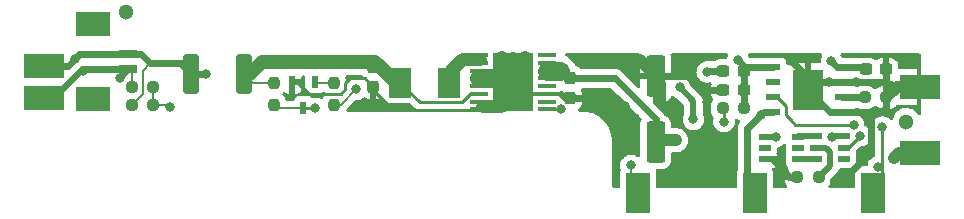
<source format=gbr>
%TF.GenerationSoftware,KiCad,Pcbnew,(6.0.6-0)*%
%TF.CreationDate,2022-09-10T01:47:49-07:00*%
%TF.ProjectId,Battery Extension PCB,42617474-6572-4792-9045-7874656e7369,rev?*%
%TF.SameCoordinates,Original*%
%TF.FileFunction,Copper,L1,Top*%
%TF.FilePolarity,Positive*%
%FSLAX46Y46*%
G04 Gerber Fmt 4.6, Leading zero omitted, Abs format (unit mm)*
G04 Created by KiCad (PCBNEW (6.0.6-0)) date 2022-09-10 01:47:49*
%MOMM*%
%LPD*%
G01*
G04 APERTURE LIST*
G04 Aperture macros list*
%AMRoundRect*
0 Rectangle with rounded corners*
0 $1 Rounding radius*
0 $2 $3 $4 $5 $6 $7 $8 $9 X,Y pos of 4 corners*
0 Add a 4 corners polygon primitive as box body*
4,1,4,$2,$3,$4,$5,$6,$7,$8,$9,$2,$3,0*
0 Add four circle primitives for the rounded corners*
1,1,$1+$1,$2,$3*
1,1,$1+$1,$4,$5*
1,1,$1+$1,$6,$7*
1,1,$1+$1,$8,$9*
0 Add four rect primitives between the rounded corners*
20,1,$1+$1,$2,$3,$4,$5,0*
20,1,$1+$1,$4,$5,$6,$7,0*
20,1,$1+$1,$6,$7,$8,$9,0*
20,1,$1+$1,$8,$9,$2,$3,0*%
G04 Aperture macros list end*
%TA.AperFunction,SMDPad,CuDef*%
%ADD10R,2.000000X3.500000*%
%TD*%
%TA.AperFunction,SMDPad,CuDef*%
%ADD11R,1.072009X0.532004*%
%TD*%
%TA.AperFunction,SMDPad,CuDef*%
%ADD12RoundRect,0.237500X-0.300000X-0.237500X0.300000X-0.237500X0.300000X0.237500X-0.300000X0.237500X0*%
%TD*%
%TA.AperFunction,SMDPad,CuDef*%
%ADD13R,3.000000X2.100000*%
%TD*%
%TA.AperFunction,SMDPad,CuDef*%
%ADD14R,1.600000X0.800000*%
%TD*%
%TA.AperFunction,SMDPad,CuDef*%
%ADD15RoundRect,0.237500X-0.250000X-0.237500X0.250000X-0.237500X0.250000X0.237500X-0.250000X0.237500X0*%
%TD*%
%TA.AperFunction,SMDPad,CuDef*%
%ADD16RoundRect,0.250000X-0.400000X-1.450000X0.400000X-1.450000X0.400000X1.450000X-0.400000X1.450000X0*%
%TD*%
%TA.AperFunction,SMDPad,CuDef*%
%ADD17R,3.500000X2.000000*%
%TD*%
%TA.AperFunction,SMDPad,CuDef*%
%ADD18R,1.000000X0.550013*%
%TD*%
%TA.AperFunction,SMDPad,CuDef*%
%ADD19RoundRect,0.237500X0.237500X-0.300000X0.237500X0.300000X-0.237500X0.300000X-0.237500X-0.300000X0*%
%TD*%
%TA.AperFunction,SMDPad,CuDef*%
%ADD20R,1.900000X2.500000*%
%TD*%
%TA.AperFunction,SMDPad,CuDef*%
%ADD21RoundRect,0.237500X-0.237500X0.300000X-0.237500X-0.300000X0.237500X-0.300000X0.237500X0.300000X0*%
%TD*%
%TA.AperFunction,SMDPad,CuDef*%
%ADD22RoundRect,0.237500X0.237500X-0.250000X0.237500X0.250000X-0.237500X0.250000X-0.237500X-0.250000X0*%
%TD*%
%TA.AperFunction,SMDPad,CuDef*%
%ADD23R,1.200000X0.600000*%
%TD*%
%TA.AperFunction,SMDPad,CuDef*%
%ADD24R,2.500000X3.499873*%
%TD*%
%TA.AperFunction,SMDPad,CuDef*%
%ADD25RoundRect,0.237500X0.300000X0.237500X-0.300000X0.237500X-0.300000X-0.237500X0.300000X-0.237500X0*%
%TD*%
%TA.AperFunction,SMDPad,CuDef*%
%ADD26RoundRect,0.250000X0.550000X-1.500000X0.550000X1.500000X-0.550000X1.500000X-0.550000X-1.500000X0*%
%TD*%
%TA.AperFunction,SMDPad,CuDef*%
%ADD27RoundRect,0.100000X-0.687500X-0.100000X0.687500X-0.100000X0.687500X0.100000X-0.687500X0.100000X0*%
%TD*%
%TA.AperFunction,SMDPad,CuDef*%
%ADD28R,3.400000X5.000000*%
%TD*%
%TA.AperFunction,SMDPad,CuDef*%
%ADD29RoundRect,0.237500X0.250000X0.237500X-0.250000X0.237500X-0.250000X-0.237500X0.250000X-0.237500X0*%
%TD*%
%TA.AperFunction,SMDPad,CuDef*%
%ADD30RoundRect,0.237500X-0.237500X0.250000X-0.237500X-0.250000X0.237500X-0.250000X0.237500X0.250000X0*%
%TD*%
%TA.AperFunction,SMDPad,CuDef*%
%ADD31R,0.532004X1.037490*%
%TD*%
%TA.AperFunction,ViaPad*%
%ADD32C,1.300000*%
%TD*%
%TA.AperFunction,ViaPad*%
%ADD33C,0.800000*%
%TD*%
%TA.AperFunction,Conductor*%
%ADD34C,0.250000*%
%TD*%
%TA.AperFunction,Conductor*%
%ADD35C,0.300000*%
%TD*%
%TA.AperFunction,Conductor*%
%ADD36C,0.600000*%
%TD*%
%TA.AperFunction,Conductor*%
%ADD37C,1.650000*%
%TD*%
%TA.AperFunction,Conductor*%
%ADD38C,1.000000*%
%TD*%
%TA.AperFunction,Conductor*%
%ADD39C,0.350000*%
%TD*%
%TA.AperFunction,Conductor*%
%ADD40C,1.100000*%
%TD*%
%TA.AperFunction,Conductor*%
%ADD41C,0.550000*%
%TD*%
%TA.AperFunction,Conductor*%
%ADD42C,0.200000*%
%TD*%
%TA.AperFunction,Conductor*%
%ADD43C,1.200000*%
%TD*%
%TA.AperFunction,Conductor*%
%ADD44C,1.600000*%
%TD*%
G04 APERTURE END LIST*
D10*
%TO.P,P3,1*%
%TO.N,IO26{slash}BATT VOLT*%
X118338600Y-80721200D03*
%TD*%
D11*
%TO.P,U6,1,OD*%
%TO.N,Net-(U3-Pad6)*%
X133451600Y-75925676D03*
%TO.P,U6,2,VM*%
%TO.N,Net-(R5-Pad2)*%
X133451600Y-76875638D03*
%TO.P,U6,3,OC*%
%TO.N,Net-(U3-Pad4)*%
X133451600Y-77825600D03*
%TO.P,U6,4,TD*%
%TO.N,unconnected-(U6-Pad4)*%
X135749796Y-77825600D03*
%TO.P,U6,5,VCC*%
%TO.N,Net-(R8-Pad1)*%
X135749796Y-76875638D03*
%TO.P,U6,6,GND*%
%TO.N,-BATT*%
X135749796Y-75925676D03*
%TD*%
D12*
%TO.P,C5,1*%
%TO.N,-BATT*%
X125578700Y-70358000D03*
%TO.P,C5,2*%
%TO.N,+BATT*%
X127303700Y-70358000D03*
%TD*%
D13*
%TO.P,U1,0,0*%
%TO.N,unconnected-(U1-Pad0)*%
X72229676Y-66420994D03*
X72229676Y-72771006D03*
D14*
%TO.P,U1,1,1*%
%TO.N,+BATT*%
X75129600Y-68970905D03*
%TO.P,U1,2,2*%
%TO.N,-BATT*%
X75129600Y-70221095D03*
%TD*%
D10*
%TO.P,P7,1*%
%TO.N,VBUS*%
X128244600Y-80721200D03*
%TD*%
D15*
%TO.P,R7,1*%
%TO.N,Net-(R7-Pad1)*%
X137532442Y-72623807D03*
%TO.P,R7,2*%
%TO.N,GND*%
X139357442Y-72623807D03*
%TD*%
D16*
%TO.P,F1,1*%
%TO.N,+BATT*%
X80528200Y-70662800D03*
%TO.P,F1,2*%
%TO.N,Net-(C2-Pad1)*%
X84978200Y-70662800D03*
%TD*%
D15*
%TO.P,R2,1*%
%TO.N,-BATT*%
X75492600Y-71729600D03*
%TO.P,R2,2*%
%TO.N,IO26{slash}BATT VOLT*%
X77317600Y-71729600D03*
%TD*%
D17*
%TO.P,P2,1*%
%TO.N,-BATT*%
X68021200Y-72694800D03*
%TD*%
D18*
%TO.P,U3,1,S1*%
%TO.N,-BATT*%
X129085847Y-75938123D03*
%TO.P,U3,2,D1/D2*%
%TO.N,unconnected-(U3-Pad2)*%
X129085847Y-76888085D03*
%TO.P,U3,3,S2*%
%TO.N,GND*%
X129085847Y-77838047D03*
%TO.P,U3,4,G2*%
%TO.N,Net-(U3-Pad4)*%
X131885949Y-77838047D03*
%TO.P,U3,5,D1/D2*%
%TO.N,unconnected-(U3-Pad5)*%
X131885949Y-76888085D03*
%TO.P,U3,6,G1*%
%TO.N,Net-(U3-Pad6)*%
X131885949Y-75938123D03*
%TD*%
D17*
%TO.P,P13,1*%
%TO.N,GND*%
X142240000Y-71729600D03*
%TD*%
D19*
%TO.P,C3,1*%
%TO.N,GND*%
X112623600Y-72693700D03*
%TO.P,C3,2*%
%TO.N,+5V*%
X112623600Y-70968700D03*
%TD*%
D15*
%TO.P,R5,1*%
%TO.N,GND*%
X131812706Y-79391539D03*
%TO.P,R5,2*%
%TO.N,Net-(R5-Pad2)*%
X133637706Y-79391539D03*
%TD*%
D20*
%TO.P,U7,1,1*%
%TO.N,Net-(C2-Pad1)*%
X98229162Y-71374000D03*
%TO.P,U7,2,2*%
%TO.N,Net-(U4-Pad1)*%
X102329238Y-71374000D03*
%TD*%
D17*
%TO.P,P1,1*%
%TO.N,+BATT*%
X68021200Y-69926200D03*
%TD*%
D21*
%TO.P,C2,1*%
%TO.N,Net-(C2-Pad1)*%
X95910400Y-70003500D03*
%TO.P,C2,2*%
%TO.N,GND*%
X95910400Y-71728500D03*
%TD*%
D22*
%TO.P,R3,1*%
%TO.N,VBUS*%
X92608400Y-73251700D03*
%TO.P,R3,2*%
%TO.N,Net-(R3-Pad2)*%
X92608400Y-71426700D03*
%TD*%
D23*
%TO.P,U5,1,TEMP*%
%TO.N,GND*%
X135612848Y-73868411D03*
%TO.P,U5,2,PROG*%
%TO.N,Net-(R7-Pad1)*%
X135612848Y-72598408D03*
%TO.P,U5,3,GND*%
%TO.N,GND*%
X135612848Y-71328406D03*
%TO.P,U5,4,VCC*%
%TO.N,VBUS*%
X135612848Y-70058403D03*
%TO.P,U5,5,BAT*%
%TO.N,+BATT*%
X129796236Y-70058403D03*
%TO.P,U5,6,STDBY#*%
%TO.N,unconnected-(U5-Pad6)*%
X129796236Y-71328406D03*
%TO.P,U5,7,CHRG#*%
%TO.N,IO27{slash}BATT CHARGING*%
X129796236Y-72598408D03*
%TO.P,U5,8,CE*%
%TO.N,VBUS*%
X129796236Y-73868411D03*
D24*
%TO.P,U5,9,EP*%
%TO.N,GND*%
X132704542Y-71963407D03*
%TD*%
D25*
%TO.P,C1,1*%
%TO.N,GND*%
X139343300Y-70256400D03*
%TO.P,C1,2*%
%TO.N,VBUS*%
X137618300Y-70256400D03*
%TD*%
D26*
%TO.P,C6,1*%
%TO.N,+5V*%
X119837200Y-76415200D03*
%TO.P,C6,2*%
%TO.N,GND*%
X119837200Y-70815200D03*
%TD*%
D25*
%TO.P,C4,1*%
%TO.N,+BATT*%
X127303700Y-71983600D03*
%TO.P,C4,2*%
%TO.N,GND*%
X125578700Y-71983600D03*
%TD*%
D27*
%TO.P,U4,1,SW*%
%TO.N,Net-(U4-Pad1)*%
X104910279Y-69067512D03*
%TO.P,U4,2,SW*%
X104910279Y-69717512D03*
%TO.P,U4,3,PGND*%
%TO.N,GND*%
X104910279Y-70367512D03*
%TO.P,U4,4,PGND*%
X104910279Y-71017512D03*
%TO.P,U4,5,PGND*%
X104910279Y-71667512D03*
%TO.P,U4,6,VBAT*%
%TO.N,Net-(C2-Pad1)*%
X104910279Y-72317512D03*
%TO.P,U4,7,LBI*%
%TO.N,GND*%
X104910279Y-72967512D03*
%TO.P,U4,8,SYNC*%
X104910279Y-73617512D03*
%TO.P,U4,9,EN*%
%TO.N,Net-(R4-Pad2)*%
X110635279Y-73617512D03*
%TO.P,U4,10,LBO*%
%TO.N,unconnected-(U4-Pad10)*%
X110635279Y-72967512D03*
%TO.P,U4,11,GND*%
%TO.N,GND*%
X110635279Y-72317512D03*
%TO.P,U4,12,FB*%
%TO.N,unconnected-(U4-Pad12)*%
X110635279Y-71667512D03*
%TO.P,U4,13,VOUT*%
%TO.N,+5V*%
X110635279Y-71017512D03*
%TO.P,U4,14,VOUT*%
X110635279Y-70367512D03*
%TO.P,U4,15,VOUT*%
X110635279Y-69717512D03*
%TO.P,U4,16,NC*%
%TO.N,unconnected-(U4-Pad16)*%
X110635279Y-69067512D03*
D28*
%TO.P,U4,17,EP*%
%TO.N,GND*%
X107772779Y-71342512D03*
%TD*%
D17*
%TO.P,P12,1*%
%TO.N,+5V*%
X142240000Y-77343000D03*
%TD*%
D29*
%TO.P,R1,1*%
%TO.N,IO26{slash}BATT VOLT*%
X77317600Y-73304400D03*
%TO.P,R1,2*%
%TO.N,+BATT*%
X75492600Y-73304400D03*
%TD*%
D30*
%TO.P,R4,1*%
%TO.N,Net-(C2-Pad1)*%
X87528400Y-71426700D03*
%TO.P,R4,2*%
%TO.N,Net-(R4-Pad2)*%
X87528400Y-73251700D03*
%TD*%
D10*
%TO.P,P11,1*%
%TO.N,IO27{slash}BATT CHARGING*%
X138252200Y-80721200D03*
%TD*%
D15*
%TO.P,R8,1*%
%TO.N,Net-(R8-Pad1)*%
X125528700Y-73558400D03*
%TO.P,R8,2*%
%TO.N,+BATT*%
X127353700Y-73558400D03*
%TD*%
D31*
%TO.P,U2,1,B*%
%TO.N,Net-(R3-Pad2)*%
X90967562Y-71288654D03*
%TO.P,U2,2,E*%
%TO.N,GND*%
X89067638Y-71288654D03*
%TO.P,U2,3,C*%
%TO.N,Net-(R4-Pad2)*%
X90017600Y-73491346D03*
%TD*%
D32*
%TO.N,*%
X141071600Y-74676000D03*
X75031600Y-65430400D03*
D33*
%TO.N,GND*%
X118110000Y-74371200D03*
X130810000Y-79044800D03*
X136799194Y-71328406D03*
X117246400Y-73355200D03*
X114503200Y-69443600D03*
X121818400Y-69443600D03*
X121513600Y-74066400D03*
X108813600Y-69189600D03*
X106832400Y-69189600D03*
X134513194Y-71328406D03*
X135940800Y-79146400D03*
X131318000Y-69545200D03*
X120396000Y-73050400D03*
X117906800Y-69494400D03*
X116484400Y-69443600D03*
X124155200Y-73050400D03*
X138627989Y-73868411D03*
X107696000Y-69189600D03*
%TO.N,VBUS*%
X128727200Y-74117200D03*
X134721600Y-69545200D03*
X94488000Y-71932800D03*
%TO.N,+BATT*%
X81788000Y-70662800D03*
X70662800Y-69342000D03*
X126796800Y-69443600D03*
%TO.N,-BATT*%
X74523600Y-71018400D03*
X123037600Y-74472800D03*
X124206000Y-70459600D03*
X129997200Y-75946000D03*
X71374000Y-70358000D03*
X134772400Y-75946000D03*
X121869200Y-71780400D03*
%TO.N,+5V*%
X140004800Y-77774800D03*
X121564400Y-76250800D03*
%TO.N,IO26{slash}BATT VOLT*%
X78689200Y-73406000D03*
X117754400Y-78384400D03*
%TO.N,Net-(R8-Pad1)*%
X137174900Y-75857700D03*
X125628400Y-74676000D03*
%TO.N,IO27{slash}BATT CHARGING*%
X138684000Y-78486000D03*
X139039600Y-75133200D03*
X136601200Y-74930000D03*
%TO.N,Net-(R4-Pad2)*%
X91033600Y-73546700D03*
X111793279Y-73585132D03*
%TD*%
D34*
%TO.N,GND*%
X93573600Y-71932800D02*
X93573600Y-71374000D01*
D35*
X104644770Y-71272400D02*
X104899525Y-71017645D01*
D36*
X112165300Y-72693700D02*
X111810800Y-72339200D01*
X138074400Y-74076822D02*
X137865989Y-73868411D01*
D37*
X104899525Y-71017645D02*
X107447912Y-71017645D01*
D36*
X135612848Y-73868411D02*
X137865989Y-73868411D01*
X135612848Y-71328406D02*
X136799194Y-71328406D01*
D35*
X107772779Y-70230421D02*
X107772779Y-71342512D01*
D34*
X89067638Y-71288654D02*
X89475054Y-71288654D01*
D38*
X140251649Y-71729600D02*
X142499615Y-71729600D01*
D36*
X138881989Y-73868411D02*
X139357442Y-73392958D01*
D38*
X140251649Y-71729600D02*
X142240000Y-71729600D01*
X139357442Y-72623807D02*
X140251649Y-71729600D01*
D36*
X136144000Y-79146400D02*
X138074400Y-77216000D01*
D38*
X107772779Y-69266379D02*
X107772779Y-71342512D01*
D39*
X108747887Y-72317620D02*
X107772779Y-71342512D01*
D36*
X135940800Y-79146400D02*
X136144000Y-79146400D01*
X135612848Y-71328406D02*
X134513194Y-71328406D01*
D40*
X105161920Y-73355200D02*
X106781600Y-73355200D01*
D36*
X138074400Y-77216000D02*
X138074400Y-74076822D01*
X131156739Y-79391539D02*
X131812706Y-79391539D01*
X136799194Y-71328406D02*
X139339194Y-71328406D01*
D34*
X89475054Y-71288654D02*
X90525600Y-72339200D01*
X90525600Y-72339200D02*
X93167200Y-72339200D01*
D41*
X131207539Y-79391539D02*
X129654047Y-77838047D01*
D36*
X116584900Y-72693700D02*
X117246400Y-73355200D01*
D35*
X107696000Y-69189600D02*
X107772779Y-69266379D01*
D36*
X112623600Y-72693700D02*
X116584900Y-72693700D01*
X139343300Y-72609665D02*
X139357442Y-72623807D01*
D34*
X95910400Y-71983600D02*
X97637600Y-73710800D01*
D36*
X123850400Y-71983600D02*
X125578700Y-71983600D01*
D39*
X110646033Y-72317620D02*
X111789220Y-72317620D01*
D36*
X139343300Y-70256400D02*
X139343300Y-71324300D01*
D34*
X93573600Y-71374000D02*
X93929200Y-71018400D01*
D39*
X110646033Y-72317620D02*
X108747887Y-72317620D01*
D36*
X120396000Y-73050400D02*
X120396000Y-71374000D01*
D38*
X108813600Y-69189600D02*
X107772779Y-70230421D01*
D36*
X132704542Y-70931742D02*
X131318000Y-69545200D01*
X138627989Y-73868411D02*
X138881989Y-73868411D01*
X135612848Y-73868411D02*
X134609546Y-73868411D01*
D35*
X104597200Y-71272400D02*
X104644770Y-71272400D01*
D34*
X97637600Y-73710800D02*
X104806320Y-73710800D01*
D38*
X107447912Y-69805112D02*
X106832400Y-69189600D01*
D35*
X104899525Y-73617595D02*
X105161920Y-73355200D01*
D36*
X112623600Y-72693700D02*
X112165300Y-72693700D01*
D41*
X129654047Y-77838047D02*
X129085847Y-77838047D01*
D34*
X95910400Y-71728500D02*
X95910400Y-71983600D01*
X104806320Y-73710800D02*
X105161920Y-73355200D01*
D36*
X122682000Y-70815200D02*
X123850400Y-71983600D01*
X134513194Y-71328406D02*
X133339543Y-71328406D01*
X137865989Y-73868411D02*
X138627989Y-73868411D01*
X132704542Y-71963407D02*
X132704542Y-70931742D01*
X139343300Y-71324300D02*
X139343300Y-72609665D01*
X134609546Y-73868411D02*
X132704542Y-71963407D01*
D35*
X107772779Y-72364021D02*
X107772779Y-71342512D01*
X111789220Y-72317620D02*
X111810800Y-72339200D01*
X107447912Y-71017645D02*
X107447912Y-69805112D01*
D38*
X117906800Y-69494400D02*
X118516400Y-69494400D01*
D35*
X107447912Y-71017645D02*
X107772779Y-71342512D01*
D36*
X133339543Y-71328406D02*
X132704542Y-71963407D01*
D34*
X95200300Y-71018400D02*
X95910400Y-71728500D01*
D38*
X118516400Y-69494400D02*
X119837200Y-70815200D01*
D40*
X106781600Y-73355200D02*
X107772779Y-72364021D01*
D36*
X120396000Y-71374000D02*
X119837200Y-70815200D01*
D34*
X93167200Y-72339200D02*
X93573600Y-71932800D01*
X93929200Y-71018400D02*
X95200300Y-71018400D01*
D36*
X139357442Y-73392958D02*
X139357442Y-72623807D01*
X131812706Y-79391539D02*
X131207539Y-79391539D01*
X139339194Y-71328406D02*
X139343300Y-71324300D01*
X130810000Y-79044800D02*
X131156739Y-79391539D01*
X119837200Y-70815200D02*
X122682000Y-70815200D01*
%TO.N,VBUS*%
X135612848Y-70058403D02*
X137420303Y-70058403D01*
D42*
X94488000Y-71932800D02*
X93169100Y-73251700D01*
D36*
X135234803Y-70058403D02*
X134721600Y-69545200D01*
X137420303Y-70058403D02*
X137618300Y-70256400D01*
D42*
X93169100Y-73251700D02*
X92608400Y-73251700D01*
D36*
X135612848Y-70058403D02*
X135234803Y-70058403D01*
X127609600Y-79813567D02*
X128270000Y-80473967D01*
X127609600Y-75234800D02*
X127609600Y-79813567D01*
X128727200Y-74117200D02*
X127609600Y-75234800D01*
X128975989Y-73868411D02*
X128727200Y-74117200D01*
X129796236Y-73868411D02*
X128975989Y-73868411D01*
D43*
%TO.N,Net-(C2-Pad1)*%
X96113600Y-69646800D02*
X86512400Y-69646800D01*
D34*
X104119274Y-72317620D02*
X103437294Y-72999600D01*
D42*
X85742100Y-71426700D02*
X84978200Y-70662800D01*
D43*
X86512400Y-69646800D02*
X85496400Y-70662800D01*
D36*
X98432362Y-71374000D02*
X98247200Y-71374000D01*
X98247200Y-71374000D02*
X98094800Y-71526400D01*
D34*
X104899525Y-72317620D02*
X104119274Y-72317620D01*
X99854762Y-72999600D02*
X98229162Y-71374000D01*
D43*
X98094800Y-71526400D02*
X97993200Y-71526400D01*
X97993200Y-71526400D02*
X96113600Y-69646800D01*
D34*
X103437294Y-72999600D02*
X99854762Y-72999600D01*
D42*
X87528400Y-71426700D02*
X85742100Y-71426700D01*
D36*
X85496400Y-70662800D02*
X84978200Y-70662800D01*
%TO.N,+BATT*%
X75129600Y-68970905D02*
X71033895Y-68970905D01*
X79613800Y-69748400D02*
X80528200Y-70662800D01*
X81788000Y-70662800D02*
X80528200Y-70662800D01*
X68021200Y-69926200D02*
X66594540Y-69926200D01*
X71033895Y-68970905D02*
X70662800Y-69342000D01*
D42*
X76403200Y-70358000D02*
X77012800Y-69748400D01*
D36*
X127303700Y-70358000D02*
X127303700Y-69950500D01*
X127303700Y-70358000D02*
X127303700Y-71983600D01*
X129796236Y-70058403D02*
X127603297Y-70058403D01*
D42*
X75492600Y-73249800D02*
X76403200Y-72339200D01*
D36*
X127303700Y-71983600D02*
X127303700Y-73508400D01*
X127603297Y-70058403D02*
X127303700Y-70358000D01*
D42*
X75492600Y-73304400D02*
X75492600Y-73249800D01*
D36*
X77012800Y-69748400D02*
X79613800Y-69748400D01*
X76235305Y-68970905D02*
X77012800Y-69748400D01*
D42*
X76403200Y-72339200D02*
X76403200Y-70358000D01*
D36*
X75129600Y-68970905D02*
X76235305Y-68970905D01*
X127303700Y-69950500D02*
X126796800Y-69443600D01*
X66594540Y-69926200D02*
X66594540Y-69951600D01*
X70078600Y-69926200D02*
X68021200Y-69926200D01*
X127303700Y-73508400D02*
X127353700Y-73558400D01*
X70662800Y-69342000D02*
X70078600Y-69926200D01*
%TO.N,-BATT*%
X125578700Y-70358000D02*
X124307600Y-70358000D01*
D41*
X129997200Y-75946000D02*
X129093724Y-75946000D01*
D36*
X71307705Y-70291705D02*
X71307705Y-70221095D01*
X124307600Y-70358000D02*
X124206000Y-70459600D01*
X74523600Y-71018400D02*
X74523600Y-70827095D01*
D42*
X75492600Y-70584095D02*
X75129600Y-70221095D01*
D34*
X129093724Y-75946000D02*
X129085847Y-75938123D01*
D41*
X135749796Y-75925676D02*
X134792724Y-75925676D01*
D34*
X134792724Y-75925676D02*
X134772400Y-75946000D01*
D41*
X123037600Y-74472800D02*
X123037600Y-72948800D01*
D36*
X68021200Y-72694800D02*
X66594540Y-72694800D01*
X74523600Y-70827095D02*
X75129600Y-70221095D01*
X71374000Y-70358000D02*
X71307705Y-70291705D01*
D42*
X75492600Y-71729600D02*
X75492600Y-70584095D01*
D41*
X123037600Y-72948800D02*
X121869200Y-71780400D01*
D36*
X75129600Y-70221095D02*
X71307705Y-70221095D01*
X68834000Y-72694800D02*
X68021200Y-72694800D01*
X71307705Y-70221095D02*
X68834000Y-72694800D01*
%TO.N,+5V*%
X112623600Y-70968700D02*
X112673300Y-71018400D01*
X112777100Y-70815200D02*
X112623600Y-70968700D01*
D38*
X120001600Y-76250800D02*
X119837200Y-76415200D01*
D36*
X112370700Y-70968700D02*
X111760000Y-70358000D01*
D38*
X142341600Y-77343000D02*
X140436600Y-77343000D01*
D36*
X112623600Y-70968700D02*
X112370700Y-70968700D01*
X116382800Y-71018400D02*
X119837200Y-74472800D01*
X112673300Y-71018400D02*
X116382800Y-71018400D01*
D38*
X140436600Y-77343000D02*
X140004800Y-77774800D01*
D36*
X110655437Y-70358000D02*
X110646033Y-70367404D01*
D38*
X121564400Y-76250800D02*
X120001600Y-76250800D01*
D44*
X111760000Y-70358000D02*
X110655437Y-70358000D01*
D36*
X119837200Y-74472800D02*
X119837200Y-76415200D01*
D42*
%TO.N,IO26{slash}BATT VOLT*%
X117754400Y-80137000D02*
X118291367Y-80673967D01*
X78587600Y-73304400D02*
X78689200Y-73406000D01*
X77317600Y-73304400D02*
X78587600Y-73304400D01*
X118291367Y-80673967D02*
X118338600Y-80673967D01*
X117754400Y-78384400D02*
X117754400Y-80137000D01*
X77317600Y-71729600D02*
X77317600Y-73304400D01*
%TO.N,Net-(R3-Pad2)*%
X91105608Y-71426700D02*
X90967562Y-71288654D01*
X92608400Y-71426700D02*
X91105608Y-71426700D01*
D41*
%TO.N,Net-(R5-Pad2)*%
X133451600Y-76875638D02*
X134253644Y-76875638D01*
X134620000Y-77241994D02*
X134620000Y-78409245D01*
X134253644Y-76875638D02*
X134620000Y-77241994D01*
X134620000Y-78409245D02*
X133637706Y-79391539D01*
D36*
%TO.N,Net-(R7-Pad1)*%
X137532442Y-72623807D02*
X135638247Y-72623807D01*
D34*
X135638247Y-72623807D02*
X135612848Y-72598408D01*
%TO.N,Net-(R8-Pad1)*%
X125628400Y-74676000D02*
X125628400Y-73658100D01*
X136156962Y-76875638D02*
X135749796Y-76875638D01*
X125628400Y-73658100D02*
X125528700Y-73558400D01*
X137174900Y-75857700D02*
X136156962Y-76875638D01*
D41*
%TO.N,Net-(U3-Pad4)*%
X131885949Y-77838047D02*
X133439153Y-77838047D01*
D42*
X133439153Y-77838047D02*
X133451600Y-77825600D01*
D41*
%TO.N,Net-(U3-Pad6)*%
X133451600Y-75925676D02*
X131898396Y-75925676D01*
D34*
X131898396Y-75925676D02*
X131885949Y-75938123D01*
%TO.N,IO27{slash}BATT CHARGING*%
X139039600Y-78130400D02*
X138684000Y-78486000D01*
X130860800Y-74117200D02*
X131318000Y-74574400D01*
X130096236Y-72598408D02*
X130860800Y-73362972D01*
X131673600Y-74930000D02*
X136601200Y-74930000D01*
X129796236Y-72598408D02*
X130096236Y-72598408D01*
X139039600Y-75133200D02*
X139039600Y-75946000D01*
X138400633Y-80648967D02*
X138201400Y-80648967D01*
X139039600Y-75946000D02*
X139039600Y-78130400D01*
X130860800Y-73660000D02*
X130860800Y-74117200D01*
X139039600Y-80010000D02*
X138400633Y-80648967D01*
X131318000Y-74574400D02*
X131673600Y-74930000D01*
X139039600Y-75946000D02*
X139039600Y-80010000D01*
X130860800Y-73362972D02*
X130860800Y-73660000D01*
%TO.N,Net-(R4-Pad2)*%
X111793279Y-73585132D02*
X110678496Y-73585132D01*
X91033600Y-73546700D02*
X90072954Y-73546700D01*
D42*
X90017600Y-73491346D02*
X87768046Y-73491346D01*
D34*
X90072954Y-73546700D02*
X90017600Y-73491346D01*
D42*
X87768046Y-73491346D02*
X87528400Y-73251700D01*
D34*
X110678496Y-73585132D02*
X110646033Y-73617595D01*
D40*
%TO.N,Net-(U4-Pad1)*%
X102532438Y-70289162D02*
X103479600Y-69342000D01*
X103479600Y-69342000D02*
X105003600Y-69342000D01*
D34*
X102532438Y-71374000D02*
X102532438Y-70289162D01*
%TD*%
%TA.AperFunction,Conductor*%
%TO.N,GND*%
G36*
X138275901Y-75646818D02*
G01*
X138300098Y-75670559D01*
X138300560Y-75670143D01*
X138300560Y-75670144D01*
X138373737Y-75751415D01*
X138404453Y-75815421D01*
X138406100Y-75835724D01*
X138406100Y-77533426D01*
X138386098Y-77601547D01*
X138331349Y-77648533D01*
X138233278Y-77692197D01*
X138233276Y-77692198D01*
X138227248Y-77694882D01*
X138221907Y-77698762D01*
X138221906Y-77698763D01*
X138217931Y-77701651D01*
X138072747Y-77807134D01*
X138068326Y-77812044D01*
X138068325Y-77812045D01*
X137981452Y-77908528D01*
X137944960Y-77949056D01*
X137849473Y-78114444D01*
X137790458Y-78296072D01*
X137789768Y-78302633D01*
X137789768Y-78302635D01*
X137784804Y-78349870D01*
X137757791Y-78415527D01*
X137699570Y-78456157D01*
X137659494Y-78462700D01*
X137204066Y-78462700D01*
X137141884Y-78469455D01*
X137005495Y-78520585D01*
X136888939Y-78607939D01*
X136801585Y-78724495D01*
X136750455Y-78860884D01*
X136743700Y-78923066D01*
X136743700Y-80139467D01*
X136723698Y-80207588D01*
X136670042Y-80254081D01*
X136617700Y-80265467D01*
X134597457Y-80265467D01*
X134529336Y-80245465D01*
X134482843Y-80191809D01*
X134472739Y-80121535D01*
X134490197Y-80073351D01*
X134564575Y-79952689D01*
X134564576Y-79952687D01*
X134568415Y-79946459D01*
X134623180Y-79781348D01*
X134633706Y-79678611D01*
X134633706Y-79555766D01*
X134653708Y-79487645D01*
X134670611Y-79466670D01*
X135167711Y-78969571D01*
X135168649Y-78968643D01*
X135169218Y-78968086D01*
X135231011Y-78907574D01*
X135253666Y-78872421D01*
X135261104Y-78862070D01*
X135282793Y-78834900D01*
X135282795Y-78834897D01*
X135287187Y-78829395D01*
X135290253Y-78823053D01*
X135301228Y-78800352D01*
X135308754Y-78786942D01*
X135322411Y-78765749D01*
X135322412Y-78765747D01*
X135326231Y-78759821D01*
X135340535Y-78720520D01*
X135345491Y-78708788D01*
X135363634Y-78671260D01*
X135411292Y-78618636D01*
X135477073Y-78600102D01*
X136333934Y-78600102D01*
X136396116Y-78593347D01*
X136532505Y-78542217D01*
X136649061Y-78454863D01*
X136736415Y-78338307D01*
X136787545Y-78201918D01*
X136794300Y-78139736D01*
X136794300Y-77511464D01*
X136788784Y-77460689D01*
X136788398Y-77457132D01*
X136788398Y-77457130D01*
X136787545Y-77449282D01*
X136784773Y-77441887D01*
X136767139Y-77394848D01*
X136761956Y-77324041D01*
X136767139Y-77306390D01*
X136784773Y-77259351D01*
X136784773Y-77259349D01*
X136787545Y-77251956D01*
X136794300Y-77189774D01*
X136794300Y-77186358D01*
X136794484Y-77182960D01*
X136795296Y-77183004D01*
X136814302Y-77118274D01*
X136831205Y-77097299D01*
X137125401Y-76803104D01*
X137187713Y-76769079D01*
X137214496Y-76766200D01*
X137270387Y-76766200D01*
X137276839Y-76764828D01*
X137276844Y-76764828D01*
X137394574Y-76739803D01*
X137457188Y-76726494D01*
X137463219Y-76723809D01*
X137625622Y-76651503D01*
X137625624Y-76651502D01*
X137631652Y-76648818D01*
X137659275Y-76628749D01*
X137712967Y-76589739D01*
X137786153Y-76536566D01*
X137813344Y-76506367D01*
X137909521Y-76399552D01*
X137909522Y-76399551D01*
X137913940Y-76394644D01*
X138009427Y-76229256D01*
X138068442Y-76047628D01*
X138088404Y-75857700D01*
X138083344Y-75809557D01*
X138078484Y-75763316D01*
X138091256Y-75693478D01*
X138139758Y-75641631D01*
X138208591Y-75624237D01*
X138275901Y-75646818D01*
G37*
%TD.AperFunction*%
%TA.AperFunction,Conductor*%
G36*
X130789242Y-76534158D02*
G01*
X130848227Y-76573671D01*
X130876485Y-76638802D01*
X130877449Y-76654356D01*
X130877449Y-77211225D01*
X130884204Y-77273407D01*
X130896569Y-77306390D01*
X130901235Y-77318836D01*
X130906418Y-77389643D01*
X130901236Y-77407293D01*
X130884204Y-77452725D01*
X130877449Y-77514907D01*
X130877449Y-78161187D01*
X130884204Y-78223369D01*
X130935334Y-78359758D01*
X130977131Y-78415527D01*
X131022688Y-78476314D01*
X131021300Y-78477354D01*
X131050240Y-78530353D01*
X131045175Y-78601168D01*
X131016292Y-78646154D01*
X130978843Y-78683668D01*
X130969831Y-78695079D01*
X130886294Y-78830602D01*
X130880150Y-78843780D01*
X130829891Y-78995305D01*
X130827025Y-79008671D01*
X130817534Y-79101309D01*
X130817206Y-79107724D01*
X130817206Y-79119424D01*
X130821681Y-79134663D01*
X130823071Y-79135868D01*
X130830754Y-79137539D01*
X131940706Y-79137539D01*
X132008827Y-79157541D01*
X132055320Y-79211197D01*
X132066706Y-79263539D01*
X132066706Y-79519539D01*
X132046704Y-79587660D01*
X131993048Y-79634153D01*
X131940706Y-79645539D01*
X130835321Y-79645539D01*
X130820082Y-79650014D01*
X130818877Y-79651404D01*
X130817206Y-79659087D01*
X130817206Y-79675305D01*
X130817543Y-79681821D01*
X130827281Y-79775671D01*
X130830174Y-79789067D01*
X130880694Y-79940492D01*
X130886859Y-79953654D01*
X130960814Y-80073165D01*
X130979651Y-80141617D01*
X130958489Y-80209386D01*
X130904048Y-80254957D01*
X130853669Y-80265467D01*
X129879100Y-80265467D01*
X129810979Y-80245465D01*
X129764486Y-80191809D01*
X129753100Y-80139467D01*
X129753100Y-78923066D01*
X129746345Y-78860884D01*
X129743573Y-78853488D01*
X129743571Y-78853482D01*
X129703330Y-78746140D01*
X129698147Y-78675333D01*
X129732068Y-78612964D01*
X129777082Y-78583929D01*
X129823901Y-78566377D01*
X129839496Y-78557839D01*
X129941571Y-78481338D01*
X129954132Y-78468777D01*
X130030633Y-78366702D01*
X130039171Y-78351107D01*
X130084325Y-78230659D01*
X130087952Y-78215404D01*
X130093478Y-78164539D01*
X130093847Y-78157725D01*
X130093847Y-78110162D01*
X130089372Y-78094923D01*
X130087982Y-78093718D01*
X130080299Y-78092047D01*
X128957847Y-78092047D01*
X128889726Y-78072045D01*
X128843233Y-78018389D01*
X128831847Y-77966047D01*
X128831847Y-77797591D01*
X128851849Y-77729470D01*
X128905505Y-77682977D01*
X128957847Y-77671591D01*
X129633981Y-77671591D01*
X129696163Y-77664836D01*
X129832552Y-77613706D01*
X129839739Y-77608320D01*
X129847607Y-77604012D01*
X129848434Y-77605523D01*
X129905039Y-77584373D01*
X129914101Y-77584047D01*
X130075731Y-77584047D01*
X130090970Y-77579572D01*
X130092175Y-77578182D01*
X130093846Y-77570499D01*
X130093846Y-77518372D01*
X130093476Y-77511551D01*
X130087952Y-77460689D01*
X130084327Y-77445441D01*
X130070294Y-77408009D01*
X130065111Y-77337201D01*
X130070291Y-77319558D01*
X130087592Y-77273407D01*
X130094347Y-77211225D01*
X130094347Y-76956180D01*
X130114349Y-76888059D01*
X130168005Y-76841566D01*
X130194148Y-76832934D01*
X130279488Y-76814794D01*
X130285519Y-76812109D01*
X130447922Y-76739803D01*
X130447924Y-76739802D01*
X130453952Y-76737118D01*
X130608453Y-76624866D01*
X130657813Y-76570046D01*
X130718259Y-76532806D01*
X130789242Y-76534158D01*
G37*
%TD.AperFunction*%
%TA.AperFunction,Conductor*%
G36*
X116063839Y-71846902D02*
G01*
X116084813Y-71863805D01*
X118607938Y-74386930D01*
X118641964Y-74449242D01*
X118636899Y-74520057D01*
X118626103Y-74542140D01*
X118598927Y-74586228D01*
X118598925Y-74586233D01*
X118595085Y-74592462D01*
X118592781Y-74599409D01*
X118548208Y-74733794D01*
X118539403Y-74760339D01*
X118538703Y-74767175D01*
X118538702Y-74767178D01*
X118538625Y-74767929D01*
X118528700Y-74864800D01*
X118528700Y-77576706D01*
X118508698Y-77644827D01*
X118455042Y-77691320D01*
X118384768Y-77701424D01*
X118328639Y-77678642D01*
X118318935Y-77671591D01*
X118257755Y-77627141D01*
X118216494Y-77597163D01*
X118216493Y-77597162D01*
X118211152Y-77593282D01*
X118205124Y-77590598D01*
X118205122Y-77590597D01*
X118042719Y-77518291D01*
X118042718Y-77518291D01*
X118036688Y-77515606D01*
X117943287Y-77495753D01*
X117856344Y-77477272D01*
X117856339Y-77477272D01*
X117849887Y-77475900D01*
X117658913Y-77475900D01*
X117652461Y-77477272D01*
X117652456Y-77477272D01*
X117565513Y-77495753D01*
X117472112Y-77515606D01*
X117466082Y-77518291D01*
X117466081Y-77518291D01*
X117303678Y-77590597D01*
X117303676Y-77590598D01*
X117297648Y-77593282D01*
X117292307Y-77597162D01*
X117292306Y-77597163D01*
X117242243Y-77633536D01*
X117143147Y-77705534D01*
X117138726Y-77710444D01*
X117138725Y-77710445D01*
X117060259Y-77797591D01*
X117015360Y-77847456D01*
X116919873Y-78012844D01*
X116860858Y-78194472D01*
X116860168Y-78201033D01*
X116860168Y-78201035D01*
X116844985Y-78345493D01*
X116840896Y-78384400D01*
X116841586Y-78390965D01*
X116859738Y-78563668D01*
X116860858Y-78574328D01*
X116885975Y-78651630D01*
X116888003Y-78722596D01*
X116884126Y-78734790D01*
X116836855Y-78860884D01*
X116830100Y-78923066D01*
X116830100Y-80139467D01*
X116810098Y-80207588D01*
X116756442Y-80254081D01*
X116704100Y-80265467D01*
X116259945Y-80265467D01*
X116191824Y-80245465D01*
X116145331Y-80191809D01*
X116133945Y-80139467D01*
X116133945Y-76375479D01*
X116135692Y-76354572D01*
X116138212Y-76339593D01*
X116139021Y-76334787D01*
X116139174Y-76322235D01*
X116138484Y-76317412D01*
X116138390Y-76315977D01*
X116137622Y-76308420D01*
X116120368Y-76023122D01*
X116120368Y-76023120D01*
X116120138Y-76019321D01*
X116076746Y-75782519D01*
X116066130Y-75724582D01*
X116066129Y-75724579D01*
X116065441Y-75720823D01*
X115975163Y-75431095D01*
X115973273Y-75426894D01*
X115897967Y-75259565D01*
X115850621Y-75154361D01*
X115711026Y-74923435D01*
X115695599Y-74897914D01*
X115695598Y-74897912D01*
X115693630Y-74894657D01*
X115676042Y-74872206D01*
X115531804Y-74688094D01*
X115506480Y-74655769D01*
X115291900Y-74441181D01*
X115053019Y-74254022D01*
X115004517Y-74224700D01*
X114796572Y-74098988D01*
X114793320Y-74097022D01*
X114789861Y-74095465D01*
X114789855Y-74095462D01*
X114520064Y-73974032D01*
X114520062Y-73974031D01*
X114516591Y-73972469D01*
X114512959Y-73971337D01*
X114512956Y-73971336D01*
X114275994Y-73897491D01*
X114226866Y-73882181D01*
X113928370Y-73827473D01*
X113924583Y-73827244D01*
X113924576Y-73827243D01*
X113714595Y-73814537D01*
X113656303Y-73811010D01*
X113643003Y-73809492D01*
X113642869Y-73809470D01*
X113642805Y-73809459D01*
X113642804Y-73809459D01*
X113638009Y-73808652D01*
X113631733Y-73808575D01*
X113630322Y-73808558D01*
X113630318Y-73808558D01*
X113625457Y-73808499D01*
X113607921Y-73811010D01*
X113597822Y-73812456D01*
X113579962Y-73813728D01*
X113395308Y-73813728D01*
X113327187Y-73793726D01*
X113280694Y-73740070D01*
X113270590Y-73669796D01*
X113300084Y-73605216D01*
X113317045Y-73588982D01*
X113332486Y-73576744D01*
X113444963Y-73464071D01*
X113453975Y-73452660D01*
X113537512Y-73317137D01*
X113543656Y-73303959D01*
X113593915Y-73152434D01*
X113596781Y-73139068D01*
X113606272Y-73046430D01*
X113606600Y-73040015D01*
X113606600Y-72965815D01*
X113602125Y-72950576D01*
X113600735Y-72949371D01*
X113593052Y-72947700D01*
X112497885Y-72947700D01*
X112429764Y-72927698D01*
X112413584Y-72915345D01*
X112411299Y-72913288D01*
X112374053Y-72852846D01*
X112369600Y-72819643D01*
X112369600Y-72565700D01*
X112389602Y-72497579D01*
X112443258Y-72451086D01*
X112495600Y-72439700D01*
X113588485Y-72439700D01*
X113603724Y-72435225D01*
X113604929Y-72433835D01*
X113606600Y-72426152D01*
X113606600Y-72347434D01*
X113606263Y-72340918D01*
X113596525Y-72247068D01*
X113593632Y-72233672D01*
X113543112Y-72082247D01*
X113536947Y-72069085D01*
X113506079Y-72019202D01*
X113487242Y-71950750D01*
X113508404Y-71882980D01*
X113562845Y-71837410D01*
X113613224Y-71826900D01*
X115995718Y-71826900D01*
X116063839Y-71846902D01*
G37*
%TD.AperFunction*%
%TA.AperFunction,Conductor*%
G36*
X118524735Y-68905302D02*
G01*
X118571228Y-68958958D01*
X118581332Y-69029232D01*
X118576207Y-69050968D01*
X118542062Y-69153910D01*
X118539195Y-69167286D01*
X118529528Y-69261638D01*
X118529200Y-69268055D01*
X118529200Y-70543085D01*
X118533675Y-70558324D01*
X118535065Y-70559529D01*
X118542748Y-70561200D01*
X121127084Y-70561200D01*
X121142323Y-70556725D01*
X121143528Y-70555335D01*
X121145199Y-70547652D01*
X121145199Y-69268105D01*
X121144862Y-69261586D01*
X121134943Y-69165994D01*
X121132051Y-69152600D01*
X121098214Y-69051176D01*
X121095630Y-68980226D01*
X121131814Y-68919142D01*
X121195278Y-68887318D01*
X121217738Y-68885300D01*
X125852150Y-68885300D01*
X125920271Y-68905302D01*
X125966764Y-68958958D01*
X125976868Y-69029232D01*
X125967256Y-69062551D01*
X125965578Y-69066319D01*
X125962273Y-69072044D01*
X125903258Y-69253672D01*
X125902568Y-69260237D01*
X125902567Y-69260242D01*
X125902416Y-69261676D01*
X125902097Y-69262451D01*
X125901194Y-69266700D01*
X125900417Y-69266535D01*
X125875400Y-69327332D01*
X125817177Y-69367959D01*
X125777107Y-69374500D01*
X125229128Y-69374500D01*
X125225882Y-69374837D01*
X125225878Y-69374837D01*
X125131965Y-69384581D01*
X125131961Y-69384582D01*
X125125107Y-69385293D01*
X125118571Y-69387474D01*
X125118569Y-69387474D01*
X125004202Y-69425630D01*
X124960093Y-69440346D01*
X124831202Y-69520106D01*
X124814173Y-69530644D01*
X124747870Y-69549500D01*
X124316814Y-69549500D01*
X124315494Y-69549493D01*
X124314419Y-69549482D01*
X124225379Y-69548549D01*
X124218489Y-69550039D01*
X124214390Y-69550455D01*
X124201656Y-69551100D01*
X124110513Y-69551100D01*
X124104061Y-69552472D01*
X124104056Y-69552472D01*
X124017113Y-69570953D01*
X123923712Y-69590806D01*
X123917682Y-69593491D01*
X123917681Y-69593491D01*
X123755278Y-69665797D01*
X123755276Y-69665798D01*
X123749248Y-69668482D01*
X123743907Y-69672362D01*
X123743906Y-69672363D01*
X123698337Y-69705471D01*
X123594747Y-69780734D01*
X123590326Y-69785644D01*
X123590325Y-69785645D01*
X123500233Y-69885703D01*
X123466960Y-69922656D01*
X123371473Y-70088044D01*
X123312458Y-70269672D01*
X123311768Y-70276233D01*
X123311768Y-70276235D01*
X123303282Y-70356974D01*
X123292496Y-70459600D01*
X123293186Y-70466165D01*
X123308309Y-70610049D01*
X123312458Y-70649528D01*
X123371473Y-70831156D01*
X123374776Y-70836878D01*
X123374777Y-70836879D01*
X123400424Y-70881300D01*
X123466960Y-70996544D01*
X123471378Y-71001451D01*
X123471379Y-71001452D01*
X123590325Y-71133555D01*
X123594747Y-71138466D01*
X123676167Y-71197621D01*
X123739253Y-71243456D01*
X123749248Y-71250718D01*
X123755276Y-71253402D01*
X123755278Y-71253403D01*
X123828037Y-71285797D01*
X123923712Y-71328394D01*
X124009731Y-71346678D01*
X124104056Y-71366728D01*
X124104061Y-71366728D01*
X124110513Y-71368100D01*
X124301487Y-71368100D01*
X124307939Y-71366728D01*
X124307944Y-71366728D01*
X124427683Y-71341276D01*
X124498474Y-71346678D01*
X124555106Y-71389495D01*
X124579600Y-71456132D01*
X124573473Y-71504190D01*
X124545885Y-71587365D01*
X124543019Y-71600732D01*
X124533528Y-71693370D01*
X124533200Y-71699785D01*
X124533200Y-71711485D01*
X124537675Y-71726724D01*
X124539065Y-71727929D01*
X124546748Y-71729600D01*
X125706700Y-71729600D01*
X125774821Y-71749602D01*
X125821314Y-71803258D01*
X125832700Y-71855600D01*
X125832700Y-72111600D01*
X125812698Y-72179721D01*
X125759042Y-72226214D01*
X125706700Y-72237600D01*
X124551315Y-72237600D01*
X124536076Y-72242075D01*
X124534871Y-72243465D01*
X124533200Y-72251148D01*
X124533200Y-72267366D01*
X124533537Y-72273882D01*
X124543275Y-72367732D01*
X124546168Y-72381128D01*
X124596688Y-72532553D01*
X124602853Y-72545715D01*
X124686629Y-72681097D01*
X124695525Y-72692321D01*
X124722161Y-72758132D01*
X124708989Y-72827896D01*
X124695659Y-72848676D01*
X124694442Y-72850217D01*
X124689271Y-72855397D01*
X124675212Y-72878205D01*
X124602564Y-72996062D01*
X124597991Y-73003480D01*
X124543226Y-73168591D01*
X124542526Y-73175427D01*
X124542525Y-73175430D01*
X124538617Y-73213576D01*
X124532700Y-73271328D01*
X124532700Y-73845472D01*
X124533037Y-73848718D01*
X124533037Y-73848722D01*
X124542317Y-73938157D01*
X124543493Y-73949493D01*
X124598546Y-74114507D01*
X124603437Y-74122411D01*
X124673906Y-74236287D01*
X124690084Y-74262431D01*
X124724064Y-74296352D01*
X124758142Y-74358630D01*
X124754878Y-74424457D01*
X124734858Y-74486072D01*
X124734168Y-74492633D01*
X124734168Y-74492635D01*
X124716291Y-74662728D01*
X124714896Y-74676000D01*
X124715586Y-74682565D01*
X124719581Y-74720571D01*
X124734858Y-74865928D01*
X124793873Y-75047556D01*
X124889360Y-75212944D01*
X124893778Y-75217851D01*
X124893779Y-75217852D01*
X124999253Y-75334993D01*
X125017147Y-75354866D01*
X125171648Y-75467118D01*
X125177676Y-75469802D01*
X125177678Y-75469803D01*
X125339331Y-75541775D01*
X125346112Y-75544794D01*
X125439513Y-75564647D01*
X125526456Y-75583128D01*
X125526461Y-75583128D01*
X125532913Y-75584500D01*
X125723887Y-75584500D01*
X125730339Y-75583128D01*
X125730344Y-75583128D01*
X125817287Y-75564647D01*
X125910688Y-75544794D01*
X125917469Y-75541775D01*
X126079122Y-75469803D01*
X126079124Y-75469802D01*
X126085152Y-75467118D01*
X126239653Y-75354866D01*
X126257547Y-75334993D01*
X126363021Y-75217852D01*
X126363022Y-75217851D01*
X126367440Y-75212944D01*
X126462927Y-75047556D01*
X126521942Y-74865928D01*
X126537220Y-74720571D01*
X126541214Y-74682565D01*
X126541904Y-74676000D01*
X126540509Y-74662728D01*
X126529362Y-74556669D01*
X126542134Y-74486831D01*
X126590636Y-74434984D01*
X126659469Y-74417590D01*
X126720788Y-74436239D01*
X126765786Y-74463976D01*
X126786280Y-74476609D01*
X126921922Y-74521599D01*
X126980281Y-74562030D01*
X127007518Y-74627594D01*
X126994985Y-74697475D01*
X126981734Y-74717985D01*
X126979093Y-74720571D01*
X126955602Y-74757021D01*
X126948183Y-74767346D01*
X126921124Y-74801243D01*
X126918059Y-74807584D01*
X126918058Y-74807585D01*
X126906528Y-74831437D01*
X126898999Y-74844854D01*
X126880835Y-74873038D01*
X126878427Y-74879655D01*
X126878424Y-74879660D01*
X126866008Y-74913773D01*
X126861047Y-74925516D01*
X126845246Y-74958203D01*
X126845244Y-74958208D01*
X126842179Y-74964549D01*
X126840596Y-74971407D01*
X126840595Y-74971409D01*
X126834635Y-74997226D01*
X126830268Y-75011969D01*
X126818797Y-75043485D01*
X126817914Y-75050475D01*
X126817912Y-75050483D01*
X126813362Y-75086501D01*
X126811126Y-75099053D01*
X126803243Y-75133200D01*
X126801376Y-75141285D01*
X126801351Y-75148331D01*
X126801351Y-75148334D01*
X126801234Y-75181856D01*
X126801205Y-75182738D01*
X126801100Y-75183569D01*
X126801100Y-75220219D01*
X126801099Y-75220659D01*
X126800767Y-75315898D01*
X126800743Y-75322670D01*
X126801011Y-75323870D01*
X126801100Y-75325507D01*
X126801100Y-78682674D01*
X126793082Y-78726904D01*
X126742855Y-78860884D01*
X126736100Y-78923066D01*
X126736100Y-80139467D01*
X126716098Y-80207588D01*
X126662442Y-80254081D01*
X126610100Y-80265467D01*
X119973100Y-80265467D01*
X119904979Y-80245465D01*
X119858486Y-80191809D01*
X119847100Y-80139467D01*
X119847100Y-78923066D01*
X119840345Y-78860884D01*
X119833990Y-78843931D01*
X119828806Y-78773124D01*
X119862726Y-78710754D01*
X119924981Y-78676625D01*
X119951971Y-78673700D01*
X120437600Y-78673700D01*
X120440846Y-78673363D01*
X120440850Y-78673363D01*
X120536508Y-78663438D01*
X120536512Y-78663437D01*
X120543366Y-78662726D01*
X120549902Y-78660545D01*
X120549904Y-78660545D01*
X120704198Y-78609068D01*
X120711146Y-78606750D01*
X120861548Y-78513678D01*
X120906546Y-78468602D01*
X120981334Y-78393683D01*
X120986505Y-78388503D01*
X120999794Y-78366944D01*
X121075475Y-78244168D01*
X121075476Y-78244166D01*
X121079315Y-78237938D01*
X121126751Y-78094923D01*
X121132832Y-78076589D01*
X121132832Y-78076587D01*
X121134997Y-78070061D01*
X121145700Y-77965600D01*
X121145700Y-77385300D01*
X121165702Y-77317179D01*
X121219358Y-77270686D01*
X121271700Y-77259300D01*
X121614169Y-77259300D01*
X121617225Y-77259000D01*
X121617232Y-77259000D01*
X121675740Y-77253263D01*
X121761233Y-77244880D01*
X121767134Y-77243098D01*
X121767136Y-77243098D01*
X121861452Y-77214622D01*
X121950569Y-77187716D01*
X122125196Y-77094866D01*
X122211462Y-77024509D01*
X122273687Y-76973760D01*
X122273690Y-76973757D01*
X122278462Y-76969865D01*
X122282391Y-76965116D01*
X122400601Y-76822225D01*
X122400603Y-76822221D01*
X122404530Y-76817475D01*
X122498598Y-76643501D01*
X122557082Y-76454568D01*
X122563981Y-76388926D01*
X122577111Y-76264004D01*
X122577111Y-76264002D01*
X122577755Y-76257875D01*
X122559830Y-76060912D01*
X122555921Y-76047628D01*
X122511816Y-75897771D01*
X122503990Y-75871181D01*
X122500375Y-75864265D01*
X122415213Y-75701368D01*
X122412360Y-75695910D01*
X122288432Y-75541775D01*
X122136926Y-75414646D01*
X122131528Y-75411679D01*
X122131523Y-75411675D01*
X121969008Y-75322333D01*
X121969009Y-75322333D01*
X121963613Y-75319367D01*
X121957746Y-75317506D01*
X121957744Y-75317505D01*
X121780964Y-75261427D01*
X121780963Y-75261427D01*
X121775094Y-75259565D01*
X121621173Y-75242300D01*
X121271700Y-75242300D01*
X121203579Y-75222298D01*
X121157086Y-75168642D01*
X121145700Y-75116300D01*
X121145700Y-74864800D01*
X121144173Y-74850079D01*
X121135438Y-74765892D01*
X121135437Y-74765888D01*
X121134726Y-74759034D01*
X121130590Y-74746635D01*
X121081068Y-74598202D01*
X121078750Y-74591254D01*
X120985678Y-74440852D01*
X120860503Y-74315895D01*
X120806930Y-74282872D01*
X120716168Y-74226925D01*
X120716166Y-74226924D01*
X120709938Y-74223085D01*
X120651801Y-74203802D01*
X120593440Y-74163372D01*
X120577058Y-74133888D01*
X120576303Y-74134250D01*
X120573263Y-74127904D01*
X120570945Y-74121248D01*
X120567213Y-74115276D01*
X120567210Y-74115269D01*
X120553173Y-74092805D01*
X120545834Y-74079288D01*
X120534639Y-74055281D01*
X120534637Y-74055277D01*
X120531662Y-74048898D01*
X120505092Y-74014644D01*
X120497798Y-74004188D01*
X120474826Y-73967424D01*
X120457020Y-73949493D01*
X120446217Y-73938615D01*
X120445634Y-73937992D01*
X120445121Y-73937330D01*
X120419274Y-73911483D01*
X120389496Y-73881496D01*
X120349504Y-73841224D01*
X120349500Y-73841220D01*
X120347015Y-73838718D01*
X120345977Y-73838059D01*
X120344744Y-73836953D01*
X119620105Y-73112314D01*
X119588854Y-73055084D01*
X120091200Y-73055084D01*
X120095675Y-73070323D01*
X120097065Y-73071528D01*
X120104748Y-73073199D01*
X120434295Y-73073199D01*
X120440814Y-73072862D01*
X120536406Y-73062943D01*
X120549800Y-73060051D01*
X120703984Y-73008612D01*
X120717162Y-73002439D01*
X120855007Y-72917137D01*
X120866408Y-72908101D01*
X120980939Y-72793371D01*
X120989951Y-72781960D01*
X121075016Y-72643957D01*
X121081163Y-72630776D01*
X121107085Y-72552624D01*
X121147516Y-72494265D01*
X121213080Y-72467028D01*
X121282962Y-72479562D01*
X121300736Y-72490354D01*
X121362418Y-72535169D01*
X121397472Y-72560637D01*
X121412448Y-72571518D01*
X121418476Y-72574202D01*
X121418478Y-72574203D01*
X121566691Y-72640191D01*
X121586912Y-72649194D01*
X121605074Y-72653055D01*
X121667969Y-72687205D01*
X122217195Y-73236431D01*
X122251221Y-73298743D01*
X122254100Y-73325526D01*
X122254100Y-73979102D01*
X122237219Y-74042101D01*
X122203073Y-74101244D01*
X122144058Y-74282872D01*
X122143368Y-74289433D01*
X122143368Y-74289435D01*
X122127939Y-74436239D01*
X122124096Y-74472800D01*
X122124786Y-74479365D01*
X122143327Y-74655769D01*
X122144058Y-74662728D01*
X122203073Y-74844356D01*
X122206376Y-74850078D01*
X122206377Y-74850079D01*
X122223456Y-74879660D01*
X122298560Y-75009744D01*
X122302978Y-75014651D01*
X122302979Y-75014652D01*
X122361721Y-75079892D01*
X122426347Y-75151666D01*
X122510689Y-75212944D01*
X122574857Y-75259565D01*
X122580848Y-75263918D01*
X122586876Y-75266602D01*
X122586878Y-75266603D01*
X122749281Y-75338909D01*
X122755312Y-75341594D01*
X122848713Y-75361447D01*
X122935656Y-75379928D01*
X122935661Y-75379928D01*
X122942113Y-75381300D01*
X123133087Y-75381300D01*
X123139539Y-75379928D01*
X123139544Y-75379928D01*
X123226487Y-75361447D01*
X123319888Y-75341594D01*
X123325919Y-75338909D01*
X123488322Y-75266603D01*
X123488324Y-75266602D01*
X123494352Y-75263918D01*
X123500344Y-75259565D01*
X123564511Y-75212944D01*
X123648853Y-75151666D01*
X123713479Y-75079892D01*
X123772221Y-75014652D01*
X123772222Y-75014651D01*
X123776640Y-75009744D01*
X123851744Y-74879660D01*
X123868823Y-74850079D01*
X123868824Y-74850078D01*
X123872127Y-74844356D01*
X123931142Y-74662728D01*
X123931874Y-74655769D01*
X123950414Y-74479365D01*
X123951104Y-74472800D01*
X123947261Y-74436239D01*
X123931832Y-74289435D01*
X123931832Y-74289433D01*
X123931142Y-74282872D01*
X123872127Y-74101244D01*
X123837981Y-74042101D01*
X123821100Y-73979102D01*
X123821100Y-72957753D01*
X123821107Y-72956433D01*
X123821584Y-72910879D01*
X123822022Y-72869122D01*
X123820402Y-72861627D01*
X123813186Y-72828255D01*
X123811125Y-72815672D01*
X123808999Y-72796723D01*
X123806464Y-72774118D01*
X123804146Y-72767463D01*
X123804145Y-72767457D01*
X123795856Y-72743654D01*
X123791693Y-72728845D01*
X123786364Y-72704199D01*
X123786363Y-72704195D01*
X123784875Y-72697314D01*
X123767198Y-72659405D01*
X123762416Y-72647629D01*
X123748657Y-72608119D01*
X123731562Y-72580761D01*
X123724223Y-72567244D01*
X123713564Y-72544385D01*
X123713562Y-72544382D01*
X123710589Y-72538006D01*
X123705599Y-72531572D01*
X123684960Y-72504965D01*
X123677671Y-72494517D01*
X123655509Y-72459051D01*
X123627781Y-72431128D01*
X123627227Y-72430536D01*
X123626723Y-72429887D01*
X123601571Y-72404735D01*
X123531651Y-72334325D01*
X123530641Y-72333684D01*
X123529462Y-72332626D01*
X122772308Y-71575472D01*
X122741570Y-71525313D01*
X122728760Y-71485886D01*
X122703727Y-71408844D01*
X122696229Y-71395856D01*
X122651988Y-71319229D01*
X122608240Y-71243456D01*
X122603084Y-71237729D01*
X122484875Y-71106445D01*
X122484874Y-71106444D01*
X122480453Y-71101534D01*
X122342703Y-71001452D01*
X122331294Y-70993163D01*
X122331293Y-70993162D01*
X122325952Y-70989282D01*
X122319924Y-70986598D01*
X122319922Y-70986597D01*
X122157519Y-70914291D01*
X122157518Y-70914291D01*
X122151488Y-70911606D01*
X122035280Y-70886905D01*
X121971144Y-70873272D01*
X121971139Y-70873272D01*
X121964687Y-70871900D01*
X121773713Y-70871900D01*
X121767261Y-70873272D01*
X121767256Y-70873272D01*
X121703120Y-70886905D01*
X121586912Y-70911606D01*
X121580882Y-70914291D01*
X121580881Y-70914291D01*
X121418478Y-70986597D01*
X121418476Y-70986598D01*
X121412448Y-70989282D01*
X121294320Y-71075108D01*
X121293630Y-71075609D01*
X121226763Y-71099467D01*
X121157611Y-71083387D01*
X121140090Y-71071036D01*
X121131652Y-71069200D01*
X120109315Y-71069200D01*
X120094076Y-71073675D01*
X120092871Y-71075065D01*
X120091200Y-71082748D01*
X120091200Y-73055084D01*
X119588854Y-73055084D01*
X119586079Y-73050002D01*
X119583200Y-73023219D01*
X119583200Y-71087315D01*
X119578725Y-71072076D01*
X119577335Y-71070871D01*
X119569652Y-71069200D01*
X118547316Y-71069200D01*
X118532077Y-71073675D01*
X118530872Y-71075065D01*
X118529201Y-71082748D01*
X118529201Y-71717219D01*
X118509199Y-71785340D01*
X118455543Y-71831833D01*
X118385269Y-71841937D01*
X118320689Y-71812443D01*
X118314106Y-71806314D01*
X116961034Y-70453242D01*
X116960106Y-70452305D01*
X116901957Y-70392925D01*
X116901956Y-70392924D01*
X116897029Y-70387893D01*
X116860579Y-70364402D01*
X116850254Y-70356983D01*
X116816357Y-70329924D01*
X116786162Y-70315327D01*
X116772745Y-70307798D01*
X116744562Y-70289635D01*
X116737945Y-70287227D01*
X116737940Y-70287224D01*
X116703827Y-70274808D01*
X116692084Y-70269847D01*
X116659397Y-70254046D01*
X116659392Y-70254044D01*
X116653051Y-70250979D01*
X116646193Y-70249396D01*
X116646191Y-70249395D01*
X116620374Y-70243435D01*
X116605631Y-70239068D01*
X116574115Y-70227597D01*
X116567125Y-70226714D01*
X116567117Y-70226712D01*
X116531099Y-70222162D01*
X116518547Y-70219926D01*
X116483186Y-70211762D01*
X116483183Y-70211762D01*
X116476315Y-70210176D01*
X116469269Y-70210151D01*
X116469266Y-70210151D01*
X116435744Y-70210034D01*
X116434862Y-70210005D01*
X116434031Y-70209900D01*
X116397381Y-70209900D01*
X116396941Y-70209899D01*
X116298457Y-70209555D01*
X116298452Y-70209555D01*
X116294930Y-70209543D01*
X116293730Y-70209811D01*
X116292093Y-70209900D01*
X113509587Y-70209900D01*
X113441466Y-70189898D01*
X113420569Y-70173073D01*
X113331783Y-70084442D01*
X113326603Y-70079271D01*
X113266969Y-70042512D01*
X113184750Y-69991831D01*
X113184748Y-69991830D01*
X113178520Y-69987991D01*
X113055850Y-69947303D01*
X112997490Y-69906872D01*
X112981322Y-69880960D01*
X112971022Y-69858872D01*
X112897523Y-69701251D01*
X112793347Y-69552472D01*
X112769357Y-69518211D01*
X112769355Y-69518208D01*
X112766198Y-69513700D01*
X112604300Y-69351802D01*
X112599792Y-69348645D01*
X112599789Y-69348643D01*
X112500707Y-69279265D01*
X112416749Y-69220477D01*
X112411767Y-69218154D01*
X112411762Y-69218151D01*
X112213058Y-69125495D01*
X112159773Y-69078578D01*
X112140312Y-69010301D01*
X112160854Y-68942341D01*
X112214876Y-68896275D01*
X112266308Y-68885300D01*
X118456614Y-68885300D01*
X118524735Y-68905302D01*
G37*
%TD.AperFunction*%
%TA.AperFunction,Conductor*%
G36*
X142233236Y-68905302D02*
G01*
X142279729Y-68958958D01*
X142291115Y-69011300D01*
X142291115Y-73993587D01*
X142271113Y-74061708D01*
X142217457Y-74108201D01*
X142147183Y-74118305D01*
X142082603Y-74088811D01*
X142064481Y-74067445D01*
X142063615Y-74068092D01*
X141997163Y-73979102D01*
X141936222Y-73897491D01*
X141779871Y-73752963D01*
X141599801Y-73639347D01*
X141402041Y-73560449D01*
X141396381Y-73559323D01*
X141396377Y-73559322D01*
X141198882Y-73520038D01*
X141198880Y-73520038D01*
X141193215Y-73518911D01*
X141187440Y-73518835D01*
X141187436Y-73518835D01*
X141080761Y-73517439D01*
X140980316Y-73516124D01*
X140974619Y-73517103D01*
X140974618Y-73517103D01*
X140776164Y-73551203D01*
X140776161Y-73551204D01*
X140770474Y-73552181D01*
X140570716Y-73625875D01*
X140387734Y-73734739D01*
X140227654Y-73875125D01*
X140095838Y-74042333D01*
X140093149Y-74047444D01*
X140093147Y-74047447D01*
X140038685Y-74150961D01*
X139996700Y-74230762D01*
X139994986Y-74236283D01*
X139994984Y-74236287D01*
X139956996Y-74358630D01*
X139933561Y-74434102D01*
X139932882Y-74439841D01*
X139931286Y-74453324D01*
X139903416Y-74518622D01*
X139844668Y-74558486D01*
X139773693Y-74560260D01*
X139712523Y-74522826D01*
X139650853Y-74454334D01*
X139496352Y-74342082D01*
X139490324Y-74339398D01*
X139490322Y-74339397D01*
X139327919Y-74267091D01*
X139327918Y-74267091D01*
X139321888Y-74264406D01*
X139228488Y-74244553D01*
X139141544Y-74226072D01*
X139141539Y-74226072D01*
X139135087Y-74224700D01*
X138944113Y-74224700D01*
X138937661Y-74226072D01*
X138937656Y-74226072D01*
X138850712Y-74244553D01*
X138757312Y-74264406D01*
X138751282Y-74267091D01*
X138751281Y-74267091D01*
X138588878Y-74339397D01*
X138588876Y-74339398D01*
X138582848Y-74342082D01*
X138428347Y-74454334D01*
X138423929Y-74459241D01*
X138423925Y-74459245D01*
X138366677Y-74522826D01*
X138300560Y-74596256D01*
X138265450Y-74657069D01*
X138210355Y-74752496D01*
X138205073Y-74761644D01*
X138146058Y-74943272D01*
X138145368Y-74949833D01*
X138145368Y-74949835D01*
X138135097Y-75047556D01*
X138126096Y-75133200D01*
X138126786Y-75139765D01*
X138136016Y-75227584D01*
X138123244Y-75297422D01*
X138074742Y-75349269D01*
X138005909Y-75366663D01*
X137938599Y-75344082D01*
X137914401Y-75320341D01*
X137913940Y-75320756D01*
X137790575Y-75183745D01*
X137790574Y-75183744D01*
X137786153Y-75178834D01*
X137631652Y-75066582D01*
X137588764Y-75047487D01*
X137534669Y-75001508D01*
X137514339Y-74933470D01*
X137514704Y-74930000D01*
X137513629Y-74919771D01*
X137495432Y-74746635D01*
X137495432Y-74746633D01*
X137494742Y-74740072D01*
X137435727Y-74558444D01*
X137414455Y-74521599D01*
X137360749Y-74428579D01*
X137340240Y-74393056D01*
X137260454Y-74304444D01*
X137216875Y-74256045D01*
X137216874Y-74256044D01*
X137212453Y-74251134D01*
X137098327Y-74168216D01*
X137063294Y-74142763D01*
X137063293Y-74142762D01*
X137057952Y-74138882D01*
X137051924Y-74136198D01*
X137051922Y-74136197D01*
X136889519Y-74063891D01*
X136889518Y-74063891D01*
X136883488Y-74061206D01*
X136790087Y-74041353D01*
X136703144Y-74022872D01*
X136703139Y-74022872D01*
X136696687Y-74021500D01*
X136505713Y-74021500D01*
X136499261Y-74022872D01*
X136499256Y-74022872D01*
X136412313Y-74041353D01*
X136318912Y-74061206D01*
X136312882Y-74063891D01*
X136312881Y-74063891D01*
X136205909Y-74111518D01*
X136154660Y-74122411D01*
X135484848Y-74122411D01*
X135416727Y-74102409D01*
X135370234Y-74048753D01*
X135358848Y-73996411D01*
X135358848Y-73740411D01*
X135378850Y-73672290D01*
X135432506Y-73625797D01*
X135484848Y-73614411D01*
X136702732Y-73614411D01*
X136717971Y-73609936D01*
X136719176Y-73608546D01*
X136723194Y-73590075D01*
X136757220Y-73527763D01*
X136819532Y-73493737D01*
X136890348Y-73498802D01*
X136912432Y-73509599D01*
X136958790Y-73538175D01*
X136958793Y-73538176D01*
X136965022Y-73542016D01*
X137130133Y-73596781D01*
X137136969Y-73597481D01*
X137136972Y-73597482D01*
X137184312Y-73602332D01*
X137232870Y-73607307D01*
X137832014Y-73607307D01*
X137835260Y-73606970D01*
X137835264Y-73606970D01*
X137929177Y-73597226D01*
X137929181Y-73597225D01*
X137936035Y-73596514D01*
X137942571Y-73594333D01*
X137942573Y-73594333D01*
X138092369Y-73544357D01*
X138101049Y-73541461D01*
X138248973Y-73449923D01*
X138356043Y-73342666D01*
X138418324Y-73308587D01*
X138489144Y-73313590D01*
X138534233Y-73342511D01*
X138637071Y-73445170D01*
X138648482Y-73454182D01*
X138784005Y-73537719D01*
X138797183Y-73543863D01*
X138948708Y-73594122D01*
X138962074Y-73596988D01*
X139054712Y-73606479D01*
X139061127Y-73606807D01*
X139085327Y-73606807D01*
X139100566Y-73602332D01*
X139101771Y-73600942D01*
X139103442Y-73593259D01*
X139103442Y-71658922D01*
X139098967Y-71643683D01*
X139097577Y-71642478D01*
X139089894Y-71640807D01*
X139061176Y-71640807D01*
X139054660Y-71641144D01*
X138960810Y-71650882D01*
X138947414Y-71653775D01*
X138795989Y-71704295D01*
X138782827Y-71710460D01*
X138647450Y-71794233D01*
X138636052Y-71803267D01*
X138534549Y-71904947D01*
X138472266Y-71939026D01*
X138401446Y-71934023D01*
X138356358Y-71905102D01*
X138337021Y-71885798D01*
X138247945Y-71796878D01*
X138182205Y-71756355D01*
X138106092Y-71709438D01*
X138106090Y-71709437D01*
X138099862Y-71705598D01*
X137934751Y-71650833D01*
X137927915Y-71650133D01*
X137927912Y-71650132D01*
X137876416Y-71644856D01*
X137832014Y-71640307D01*
X137232870Y-71640307D01*
X137229624Y-71640644D01*
X137229620Y-71640644D01*
X137135707Y-71650388D01*
X137135703Y-71650389D01*
X137128849Y-71651100D01*
X137122313Y-71653281D01*
X137122311Y-71653281D01*
X137052596Y-71676540D01*
X136963835Y-71706153D01*
X136913149Y-71737519D01*
X136844699Y-71756355D01*
X136776929Y-71735193D01*
X136731358Y-71680753D01*
X136720848Y-71630373D01*
X136720848Y-71600521D01*
X136716373Y-71585282D01*
X136714983Y-71584077D01*
X136707300Y-71582406D01*
X135484848Y-71582406D01*
X135416727Y-71562404D01*
X135370234Y-71508748D01*
X135358848Y-71456406D01*
X135358848Y-71200406D01*
X135378850Y-71132285D01*
X135432506Y-71085792D01*
X135484848Y-71074406D01*
X136702732Y-71074406D01*
X136742402Y-71062758D01*
X136813399Y-71062758D01*
X136852365Y-71082898D01*
X136852797Y-71083329D01*
X136907374Y-71116971D01*
X136987725Y-71166500D01*
X137000880Y-71174609D01*
X137165991Y-71229374D01*
X137172827Y-71230074D01*
X137172830Y-71230075D01*
X137220170Y-71234925D01*
X137268728Y-71239900D01*
X137967872Y-71239900D01*
X137971118Y-71239563D01*
X137971122Y-71239563D01*
X138065035Y-71229819D01*
X138065039Y-71229818D01*
X138071893Y-71229107D01*
X138078429Y-71226926D01*
X138078431Y-71226926D01*
X138217763Y-71180441D01*
X138236907Y-71174054D01*
X138384831Y-71082516D01*
X138392074Y-71075261D01*
X138393838Y-71074295D01*
X138395741Y-71072787D01*
X138395999Y-71073113D01*
X138454354Y-71041181D01*
X138525175Y-71046182D01*
X138570270Y-71075108D01*
X138572931Y-71077764D01*
X138584340Y-71086775D01*
X138719863Y-71170312D01*
X138733041Y-71176456D01*
X138884566Y-71226715D01*
X138897932Y-71229581D01*
X138990570Y-71239072D01*
X138996985Y-71239400D01*
X139071185Y-71239400D01*
X139086424Y-71234925D01*
X139087629Y-71233535D01*
X139089300Y-71225852D01*
X139089300Y-71221285D01*
X139597300Y-71221285D01*
X139601775Y-71236524D01*
X139603165Y-71237729D01*
X139610848Y-71239400D01*
X139689566Y-71239400D01*
X139696082Y-71239063D01*
X139789932Y-71229325D01*
X139803335Y-71226430D01*
X139816126Y-71222163D01*
X139887075Y-71219579D01*
X139948159Y-71255764D01*
X139979982Y-71319229D01*
X139982000Y-71341686D01*
X139982001Y-71550534D01*
X139961999Y-71618655D01*
X139908344Y-71665148D01*
X139838070Y-71675253D01*
X139816335Y-71670128D01*
X139766180Y-71653493D01*
X139752810Y-71650626D01*
X139660172Y-71641135D01*
X139653757Y-71640807D01*
X139629557Y-71640807D01*
X139614318Y-71645282D01*
X139613113Y-71646672D01*
X139611442Y-71654355D01*
X139611442Y-73588692D01*
X139615917Y-73603931D01*
X139617307Y-73605136D01*
X139624990Y-73606807D01*
X139653708Y-73606807D01*
X139660224Y-73606470D01*
X139754074Y-73596732D01*
X139767470Y-73593839D01*
X139918895Y-73543319D01*
X139932057Y-73537154D01*
X140067434Y-73453381D01*
X140078832Y-73444347D01*
X140191305Y-73331678D01*
X140200317Y-73320267D01*
X140224371Y-73281244D01*
X140277143Y-73233751D01*
X140347215Y-73222327D01*
X140364623Y-73226612D01*
X140364709Y-73226251D01*
X140387649Y-73231705D01*
X140438514Y-73237231D01*
X140445328Y-73237600D01*
X141967885Y-73237599D01*
X141983124Y-73233124D01*
X141984329Y-73231734D01*
X141986000Y-73224051D01*
X141986000Y-70239715D01*
X141981525Y-70224476D01*
X141980135Y-70223271D01*
X141972452Y-70221600D01*
X140514800Y-70221601D01*
X140446679Y-70201599D01*
X140400186Y-70147943D01*
X140388800Y-70095601D01*
X140388800Y-69972634D01*
X140388463Y-69966118D01*
X140378725Y-69872268D01*
X140375832Y-69858872D01*
X140325312Y-69707447D01*
X140319147Y-69694285D01*
X140235374Y-69558908D01*
X140226340Y-69547510D01*
X140113671Y-69435037D01*
X140102260Y-69426025D01*
X139966737Y-69342488D01*
X139953559Y-69336344D01*
X139802034Y-69286085D01*
X139788668Y-69283219D01*
X139696030Y-69273728D01*
X139689615Y-69273400D01*
X139615415Y-69273400D01*
X139600176Y-69277875D01*
X139598971Y-69279265D01*
X139597300Y-69286948D01*
X139597300Y-71221285D01*
X139089300Y-71221285D01*
X139089300Y-69291515D01*
X139084825Y-69276276D01*
X139083435Y-69275071D01*
X139075752Y-69273400D01*
X138997034Y-69273400D01*
X138990518Y-69273737D01*
X138896668Y-69283475D01*
X138883272Y-69286368D01*
X138731847Y-69336888D01*
X138718685Y-69343053D01*
X138583308Y-69426826D01*
X138571906Y-69435864D01*
X138570233Y-69437539D01*
X138568807Y-69438319D01*
X138566173Y-69440407D01*
X138565816Y-69439956D01*
X138507951Y-69471619D01*
X138437131Y-69466616D01*
X138392046Y-69437699D01*
X138388985Y-69434644D01*
X138383803Y-69429471D01*
X138377572Y-69425630D01*
X138241950Y-69342031D01*
X138241948Y-69342030D01*
X138235720Y-69338191D01*
X138070609Y-69283426D01*
X138063773Y-69282726D01*
X138063770Y-69282725D01*
X138012274Y-69277449D01*
X137967872Y-69272900D01*
X137645213Y-69272900D01*
X137616905Y-69269524D01*
X137611618Y-69267600D01*
X137604641Y-69266719D01*
X137604630Y-69266716D01*
X137568602Y-69262165D01*
X137556050Y-69259929D01*
X137520689Y-69251765D01*
X137520686Y-69251765D01*
X137513818Y-69250179D01*
X137506772Y-69250154D01*
X137506769Y-69250154D01*
X137473247Y-69250037D01*
X137472365Y-69250008D01*
X137471534Y-69249903D01*
X137434884Y-69249903D01*
X137434444Y-69249902D01*
X137335960Y-69249558D01*
X137335955Y-69249558D01*
X137332433Y-69249546D01*
X137331233Y-69249814D01*
X137329596Y-69249903D01*
X135671149Y-69249903D01*
X135603028Y-69229901D01*
X135556967Y-69176229D01*
X135556127Y-69173644D01*
X135552822Y-69167919D01*
X135498771Y-69074300D01*
X135482033Y-69005304D01*
X135505254Y-68938213D01*
X135561061Y-68894326D01*
X135607890Y-68885300D01*
X142165115Y-68885300D01*
X142233236Y-68905302D01*
G37*
%TD.AperFunction*%
%TA.AperFunction,Conductor*%
G36*
X96106521Y-71494502D02*
G01*
X96153014Y-71548158D01*
X96164400Y-71600500D01*
X96164400Y-72755885D01*
X96168875Y-72771124D01*
X96170265Y-72772329D01*
X96177948Y-72774000D01*
X96194166Y-72774000D01*
X96200682Y-72773663D01*
X96294532Y-72763925D01*
X96307928Y-72761032D01*
X96459353Y-72710512D01*
X96472515Y-72704347D01*
X96585184Y-72634626D01*
X96653636Y-72615789D01*
X96721405Y-72636951D01*
X96766976Y-72691392D01*
X96774282Y-72718886D01*
X96774737Y-72718778D01*
X96776564Y-72726460D01*
X96777417Y-72734316D01*
X96828547Y-72870705D01*
X96915901Y-72987261D01*
X97032457Y-73074615D01*
X97168846Y-73125745D01*
X97231028Y-73132500D01*
X99039568Y-73132500D01*
X99107689Y-73152502D01*
X99128663Y-73169405D01*
X99351105Y-73391847D01*
X99358649Y-73400137D01*
X99362762Y-73406618D01*
X99368539Y-73412043D01*
X99412429Y-73453258D01*
X99415271Y-73456013D01*
X99434993Y-73475735D01*
X99438117Y-73478158D01*
X99438121Y-73478162D01*
X99438186Y-73478212D01*
X99447207Y-73485917D01*
X99479441Y-73516186D01*
X99486389Y-73520005D01*
X99486391Y-73520007D01*
X99497194Y-73525946D01*
X99513721Y-73536802D01*
X99523460Y-73544357D01*
X99523462Y-73544358D01*
X99529722Y-73549214D01*
X99570302Y-73566774D01*
X99580951Y-73571992D01*
X99590633Y-73577315D01*
X99640691Y-73627661D01*
X99655583Y-73697078D01*
X99630580Y-73763527D01*
X99573623Y-73805910D01*
X99529930Y-73813728D01*
X93771811Y-73813728D01*
X93703690Y-73793726D01*
X93657197Y-73740070D01*
X93647093Y-73669796D01*
X93676587Y-73605216D01*
X93682716Y-73598633D01*
X94403144Y-72878205D01*
X94465456Y-72844179D01*
X94492239Y-72841300D01*
X94583487Y-72841300D01*
X94589939Y-72839928D01*
X94589944Y-72839928D01*
X94676888Y-72821447D01*
X94770288Y-72801594D01*
X94776319Y-72798909D01*
X94938722Y-72726603D01*
X94938724Y-72726602D01*
X94944752Y-72723918D01*
X94955725Y-72715946D01*
X94991373Y-72690046D01*
X95076360Y-72628298D01*
X95143226Y-72604441D01*
X95216536Y-72622975D01*
X95349463Y-72704912D01*
X95362641Y-72711056D01*
X95514166Y-72761315D01*
X95527532Y-72764181D01*
X95620170Y-72773672D01*
X95626585Y-72774000D01*
X95638285Y-72774000D01*
X95653524Y-72769525D01*
X95654729Y-72768135D01*
X95656400Y-72760452D01*
X95656400Y-71600500D01*
X95676402Y-71532379D01*
X95730058Y-71485886D01*
X95782400Y-71474500D01*
X96038400Y-71474500D01*
X96106521Y-71494502D01*
G37*
%TD.AperFunction*%
%TA.AperFunction,Conductor*%
G36*
X105052399Y-73046013D02*
G01*
X105098892Y-73099668D01*
X105110279Y-73152011D01*
X105110279Y-73687728D01*
X105090277Y-73755849D01*
X105036621Y-73802342D01*
X104984279Y-73813728D01*
X104836279Y-73813728D01*
X104768158Y-73793726D01*
X104721665Y-73740070D01*
X104710279Y-73687728D01*
X104710279Y-73152012D01*
X104730281Y-73083891D01*
X104783937Y-73037398D01*
X104836278Y-73026012D01*
X104902527Y-73026012D01*
X104984280Y-73026011D01*
X105052399Y-73046013D01*
G37*
%TD.AperFunction*%
%TA.AperFunction,Conductor*%
G36*
X90135181Y-70775302D02*
G01*
X90181674Y-70828958D01*
X90193060Y-70881300D01*
X90193060Y-71855533D01*
X90199815Y-71917715D01*
X90250945Y-72054104D01*
X90338299Y-72170660D01*
X90421098Y-72232714D01*
X90429397Y-72238934D01*
X90471912Y-72295793D01*
X90476938Y-72366612D01*
X90442878Y-72428905D01*
X90380547Y-72462895D01*
X90340225Y-72465023D01*
X90335135Y-72464470D01*
X90335131Y-72464470D01*
X90331736Y-72464101D01*
X89703464Y-72464101D01*
X89694001Y-72465129D01*
X89624118Y-72452601D01*
X89572103Y-72404280D01*
X89554468Y-72335508D01*
X89576814Y-72268120D01*
X89604828Y-72239040D01*
X89689364Y-72175684D01*
X89701925Y-72163123D01*
X89778426Y-72061048D01*
X89786964Y-72045453D01*
X89832118Y-71925005D01*
X89835745Y-71909750D01*
X89841271Y-71858885D01*
X89841640Y-71852071D01*
X89841640Y-71560769D01*
X89837165Y-71545530D01*
X89835775Y-71544325D01*
X89828092Y-71542654D01*
X89339753Y-71542654D01*
X89324514Y-71547129D01*
X89323309Y-71548519D01*
X89321638Y-71556202D01*
X89321638Y-72297283D01*
X89326113Y-72312522D01*
X89327503Y-72313727D01*
X89335186Y-72315398D01*
X89378309Y-72315398D01*
X89385131Y-72315028D01*
X89391055Y-72314385D01*
X89460937Y-72326914D01*
X89512952Y-72375236D01*
X89530585Y-72444009D01*
X89508237Y-72511396D01*
X89480226Y-72540473D01*
X89388337Y-72609340D01*
X89300983Y-72725896D01*
X89297055Y-72736375D01*
X89272799Y-72801076D01*
X89230157Y-72857840D01*
X89163596Y-72882540D01*
X89154817Y-72882846D01*
X88603488Y-72882846D01*
X88535367Y-72862844D01*
X88488874Y-72809188D01*
X88483965Y-72796723D01*
X88448374Y-72690046D01*
X88448373Y-72690044D01*
X88446054Y-72683093D01*
X88354516Y-72535169D01*
X88336276Y-72516961D01*
X88247614Y-72428453D01*
X88213535Y-72366170D01*
X88218538Y-72295350D01*
X88247459Y-72250262D01*
X88297732Y-72199901D01*
X88360014Y-72165822D01*
X88430834Y-72170825D01*
X88462470Y-72188093D01*
X88547988Y-72252185D01*
X88563582Y-72260723D01*
X88684030Y-72305877D01*
X88699285Y-72309504D01*
X88750150Y-72315030D01*
X88756964Y-72315399D01*
X88795523Y-72315399D01*
X88810762Y-72310924D01*
X88811967Y-72309534D01*
X88813638Y-72301851D01*
X88813638Y-71160654D01*
X88833640Y-71092533D01*
X88887296Y-71046040D01*
X88939638Y-71034654D01*
X89823524Y-71034654D01*
X89838763Y-71030179D01*
X89839968Y-71028789D01*
X89841639Y-71021106D01*
X89841639Y-70881300D01*
X89861641Y-70813179D01*
X89915297Y-70766686D01*
X89967639Y-70755300D01*
X90067060Y-70755300D01*
X90135181Y-70775302D01*
G37*
%TD.AperFunction*%
%TA.AperFunction,Conductor*%
G36*
X91790717Y-72151650D02*
G01*
X91804915Y-72165822D01*
X91889186Y-72249947D01*
X91923265Y-72312230D01*
X91918262Y-72383050D01*
X91889341Y-72428137D01*
X91786646Y-72531012D01*
X91786642Y-72531017D01*
X91781471Y-72536197D01*
X91777631Y-72542427D01*
X91777630Y-72542428D01*
X91694764Y-72676862D01*
X91690191Y-72684280D01*
X91687887Y-72691225D01*
X91687887Y-72691226D01*
X91686577Y-72695177D01*
X91684950Y-72697526D01*
X91684793Y-72697862D01*
X91684736Y-72697835D01*
X91646148Y-72753538D01*
X91580585Y-72780777D01*
X91510703Y-72768245D01*
X91501480Y-72762645D01*
X91501411Y-72762764D01*
X91495693Y-72759462D01*
X91490352Y-72755582D01*
X91484324Y-72752898D01*
X91484322Y-72752897D01*
X91321919Y-72680591D01*
X91321918Y-72680591D01*
X91315888Y-72677906D01*
X91222488Y-72658053D01*
X91135544Y-72639572D01*
X91135539Y-72639572D01*
X91129087Y-72638200D01*
X90938113Y-72638200D01*
X90931661Y-72639572D01*
X90931656Y-72639572D01*
X90784285Y-72670897D01*
X90713494Y-72665495D01*
X90657263Y-72623216D01*
X90652246Y-72616522D01*
X90652244Y-72616520D01*
X90646863Y-72609340D01*
X90555765Y-72541065D01*
X90513250Y-72484207D01*
X90508224Y-72413388D01*
X90542284Y-72351095D01*
X90604615Y-72317105D01*
X90644937Y-72314977D01*
X90650027Y-72315530D01*
X90650031Y-72315530D01*
X90653426Y-72315899D01*
X91281698Y-72315899D01*
X91343880Y-72309144D01*
X91480269Y-72258014D01*
X91596825Y-72170660D01*
X91602206Y-72163480D01*
X91608556Y-72157130D01*
X91609919Y-72158493D01*
X91657739Y-72122741D01*
X91728558Y-72117719D01*
X91790717Y-72151650D01*
G37*
%TD.AperFunction*%
%TA.AperFunction,Conductor*%
G36*
X133903431Y-68905302D02*
G01*
X133949924Y-68958958D01*
X133960028Y-69029232D01*
X133944429Y-69074300D01*
X133942103Y-69078329D01*
X133887073Y-69173644D01*
X133828058Y-69355272D01*
X133827368Y-69361833D01*
X133827368Y-69361835D01*
X133819157Y-69439956D01*
X133808096Y-69545200D01*
X133808861Y-69552472D01*
X133810314Y-69566299D01*
X133797542Y-69636138D01*
X133749041Y-69687985D01*
X133685004Y-69705471D01*
X132976657Y-69705471D01*
X132961418Y-69709946D01*
X132960213Y-69711336D01*
X132958542Y-69719019D01*
X132958542Y-72091407D01*
X132938540Y-72159528D01*
X132884884Y-72206021D01*
X132832542Y-72217407D01*
X132576542Y-72217407D01*
X132508421Y-72197405D01*
X132461928Y-72143749D01*
X132450542Y-72091407D01*
X132450542Y-69723587D01*
X132446067Y-69708348D01*
X132444677Y-69707143D01*
X132436994Y-69705472D01*
X131409873Y-69705472D01*
X131403052Y-69705842D01*
X131352190Y-69711366D01*
X131336938Y-69714992D01*
X131216488Y-69760147D01*
X131200893Y-69768685D01*
X131106301Y-69839578D01*
X131039795Y-69864426D01*
X130970412Y-69849373D01*
X130920182Y-69799199D01*
X130904736Y-69738752D01*
X130904736Y-69710269D01*
X130897981Y-69648087D01*
X130846851Y-69511698D01*
X130759497Y-69395142D01*
X130642941Y-69307788D01*
X130506552Y-69256658D01*
X130444370Y-69249903D01*
X127798685Y-69249903D01*
X127730564Y-69229901D01*
X127709590Y-69212998D01*
X127682892Y-69186300D01*
X127652154Y-69136142D01*
X127633368Y-69078325D01*
X127633367Y-69078324D01*
X127631327Y-69072044D01*
X127628023Y-69066321D01*
X127626345Y-69062553D01*
X127616908Y-68992186D01*
X127647013Y-68927888D01*
X127707100Y-68890073D01*
X127741450Y-68885300D01*
X133835310Y-68885300D01*
X133903431Y-68905302D01*
G37*
%TD.AperFunction*%
%TA.AperFunction,Conductor*%
G36*
X105052399Y-70446013D02*
G01*
X105098892Y-70499668D01*
X105110279Y-70552011D01*
X105110279Y-71483012D01*
X105090277Y-71551133D01*
X105036621Y-71597626D01*
X104984280Y-71609012D01*
X104910280Y-71609012D01*
X104836278Y-71609013D01*
X104768159Y-71589011D01*
X104721666Y-71535356D01*
X104710279Y-71483013D01*
X104710279Y-70552012D01*
X104730281Y-70483891D01*
X104783937Y-70437398D01*
X104836278Y-70426012D01*
X104910278Y-70426012D01*
X104984280Y-70426011D01*
X105052399Y-70446013D01*
G37*
%TD.AperFunction*%
%TA.AperFunction,Conductor*%
G36*
X95057279Y-70775302D02*
G01*
X95103772Y-70828958D01*
X95113876Y-70899232D01*
X95088038Y-70959394D01*
X95080024Y-70969542D01*
X95025465Y-71058053D01*
X94972693Y-71105547D01*
X94902622Y-71116971D01*
X94866957Y-71107045D01*
X94776323Y-71066692D01*
X94776315Y-71066689D01*
X94770288Y-71064006D01*
X94676888Y-71044153D01*
X94589944Y-71025672D01*
X94589939Y-71025672D01*
X94583487Y-71024300D01*
X94392513Y-71024300D01*
X94386061Y-71025672D01*
X94386056Y-71025672D01*
X94299112Y-71044153D01*
X94205712Y-71064006D01*
X94199682Y-71066691D01*
X94199681Y-71066691D01*
X94037278Y-71138997D01*
X94037276Y-71138998D01*
X94031248Y-71141682D01*
X94025907Y-71145562D01*
X94025906Y-71145563D01*
X93983386Y-71176456D01*
X93876747Y-71253934D01*
X93811534Y-71326360D01*
X93751090Y-71363598D01*
X93680106Y-71362246D01*
X93621122Y-71322732D01*
X93592864Y-71257602D01*
X93591900Y-71242048D01*
X93591900Y-71127128D01*
X93589661Y-71105547D01*
X93581819Y-71029965D01*
X93581818Y-71029961D01*
X93581107Y-71023107D01*
X93573883Y-71001452D01*
X93547100Y-70921176D01*
X93544516Y-70850227D01*
X93580699Y-70789143D01*
X93644163Y-70757318D01*
X93666624Y-70755300D01*
X94989158Y-70755300D01*
X95057279Y-70775302D01*
G37*
%TD.AperFunction*%
%TD*%
M02*

</source>
